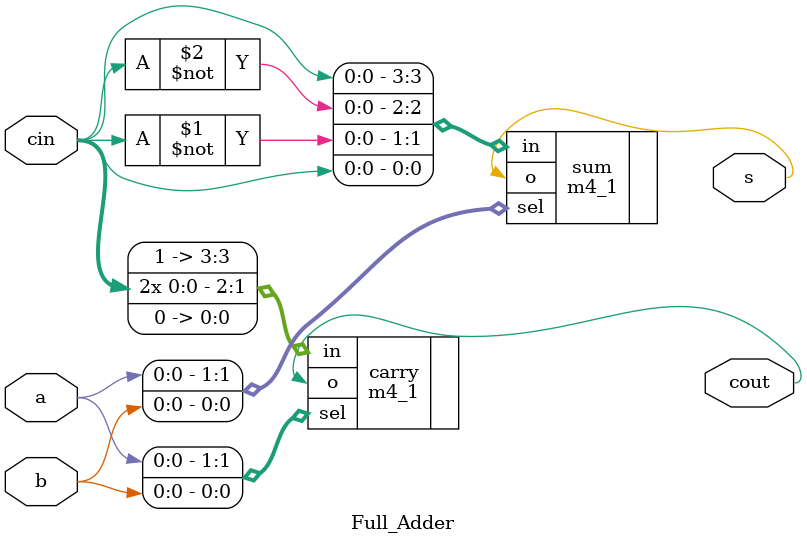
<source format=v>
`timescale 1ns / 1ps


module Incrementer(
    input [7:0] a,
    input [1:0] b,
    output [7:0] s
    );
    
    wire [7:0] t;
    
    Full_Adder FA0 (.a(a[0]), .b(b[0]), .cin(1'b0), .cout(t[0]), .s(s[0]));
    Full_Adder FA1 (.a(a[1]), .b(b[1]), .cin(t[0]), .cout(t[1]), .s(s[1]));
    Full_Adder FA2 (.a(a[2]), .b(1'b0), .cin(t[1]), .cout(t[2]), .s(s[2]));
    Full_Adder FA3 (.a(a[3]), .b(1'b0), .cin(t[2]), .cout(t[3]), .s(s[3]));
    Full_Adder FA4 (.a(a[4]), .b(1'b0), .cin(t[3]), .cout(t[4]), .s(s[4]));
    Full_Adder FA5 (.a(a[5]), .b(1'b0), .cin(t[4]), .cout(t[5]), .s(s[5]));
    Full_Adder FA6 (.a(a[6]), .b(1'b0), .cin(t[5]), .cout(t[6]), .s(s[6]));
    Full_Adder FA7 (.a(a[7]), .b(1'b0), .cin(t[6]), .cout(), .s(s[7]));
    
endmodule

module Full_Adder(
    input a,
    input b,
    input cin,
    output s,
    output cout
    );
    
    m4_1 sum (.in({cin,~cin,~cin,cin}), .sel({a,b}), .o(s));
    m4_1 carry (.in({1'b1,cin,cin,1'b0}), .sel({a,b}), .o(cout));
    
endmodule

</source>
